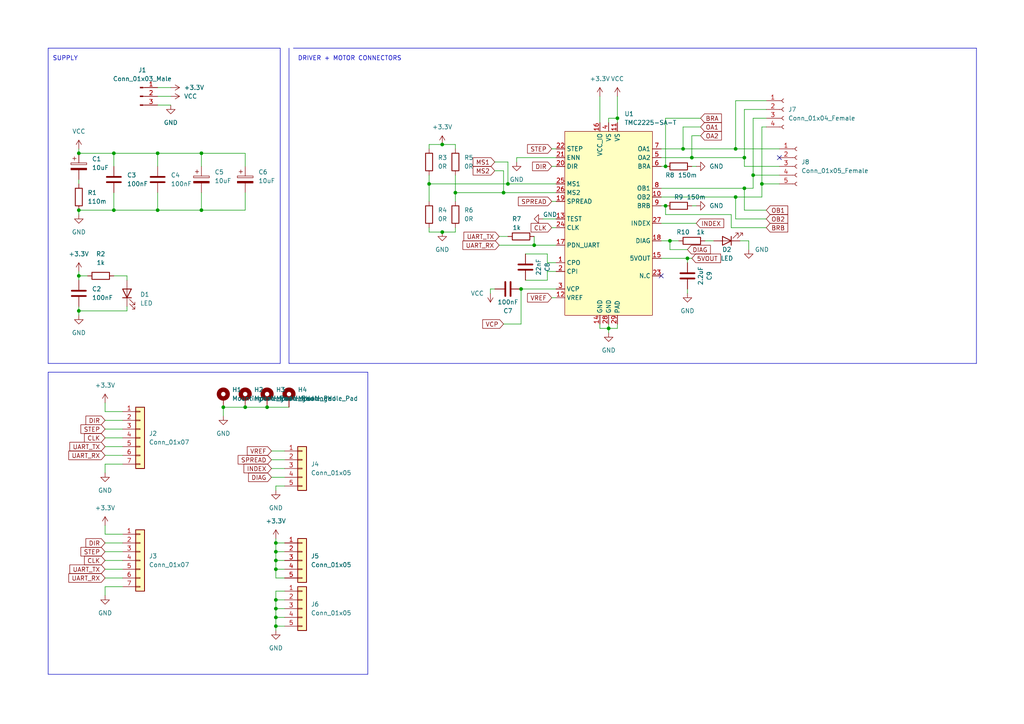
<source format=kicad_sch>
(kicad_sch (version 20230121) (generator eeschema)
  (paper "A4")
  (lib_symbols
    (symbol "Connector:Conn_01x03_Male" (pin_names (offset 1.016) hide)
      (property "Reference" "J" (at 0 5.08 0))
      (property "Value" "Conn_01x03_Male" (at 0 -5.08 0))
      (symbol "Conn_01x03_Male_1_1"
        (polyline (pts (xy 1.27 -2.54) (xy 0.8636 -2.54)) (stroke (width 0.1524)))
        (polyline (pts (xy 1.27 0) (xy 0.8636 0)) (stroke (width 0.1524)))
        (polyline (pts (xy 1.27 2.54) (xy 0.8636 2.54)) (stroke (width 0.1524)))
        (rectangle (start 0.8636 -2.413) (end 0 -2.667) (stroke (width 0.1524)) (fill (type outline)))
        (rectangle (start 0.8636 0.127) (end 0 -0.127) (stroke (width 0.1524)) (fill (type outline)))
        (rectangle (start 0.8636 2.667) (end 0 2.413) (stroke (width 0.1524)) (fill (type outline)))
        (pin passive line (at 5.08 2.54 180) (length 3.81) (name "Pin_1") (number "1"))
        (pin passive line (at 5.08 0 180) (length 3.81) (name "Pin_2") (number "2"))
        (pin passive line (at 5.08 -2.54 180) (length 3.81) (name "Pin_3") (number "3"))
      )
    )
    (symbol "Connector:Conn_01x04_Female" (pin_names (offset 1.016) hide)
      (property "Reference" "J" (at 0 5.08 0))
      (property "Value" "Conn_01x04_Female" (at 0 -7.62 0))
      (symbol "Conn_01x04_Female_1_1"
        (arc (start 0 -4.572) (mid -0.5058 -5.08) (end 0 -5.588) (stroke (width 0.1524)))
        (arc (start 0 -2.032) (mid -0.5058 -2.54) (end 0 -3.048) (stroke (width 0.1524)))
        (polyline (pts (xy -1.27 -5.08) (xy -0.508 -5.08)) (stroke (width 0.1524)))
        (polyline (pts (xy -1.27 -2.54) (xy -0.508 -2.54)) (stroke (width 0.1524)))
        (polyline (pts (xy -1.27 0) (xy -0.508 0)) (stroke (width 0.1524)))
        (polyline (pts (xy -1.27 2.54) (xy -0.508 2.54)) (stroke (width 0.1524)))
        (arc (start 0 0.508) (mid -0.5058 0) (end 0 -0.508) (stroke (width 0.1524)))
        (arc (start 0 3.048) (mid -0.5058 2.54) (end 0 2.032) (stroke (width 0.1524)))
        (pin passive line (at -5.08 2.54 0) (length 3.81) (name "Pin_1") (number "1"))
        (pin passive line (at -5.08 0 0) (length 3.81) (name "Pin_2") (number "2"))
        (pin passive line (at -5.08 -2.54 0) (length 3.81) (name "Pin_3") (number "3"))
        (pin passive line (at -5.08 -5.08 0) (length 3.81) (name "Pin_4") (number "4"))
      )
    )
    (symbol "Connector:Conn_01x05_Female" (pin_names (offset 1.016) hide)
      (property "Reference" "J" (at 0 7.62 0))
      (property "Value" "Conn_01x05_Female" (at 0 -7.62 0))
      (symbol "Conn_01x05_Female_1_1"
        (arc (start 0 -4.572) (mid -0.5058 -5.08) (end 0 -5.588) (stroke (width 0.1524)))
        (arc (start 0 -2.032) (mid -0.5058 -2.54) (end 0 -3.048) (stroke (width 0.1524)))
        (polyline (pts (xy -1.27 -5.08) (xy -0.508 -5.08)) (stroke (width 0.1524)))
        (polyline (pts (xy -1.27 -2.54) (xy -0.508 -2.54)) (stroke (width 0.1524)))
        (polyline (pts (xy -1.27 0) (xy -0.508 0)) (stroke (width 0.1524)))
        (polyline (pts (xy -1.27 2.54) (xy -0.508 2.54)) (stroke (width 0.1524)))
        (polyline (pts (xy -1.27 5.08) (xy -0.508 5.08)) (stroke (width 0.1524)))
        (arc (start 0 0.508) (mid -0.5058 0) (end 0 -0.508) (stroke (width 0.1524)))
        (arc (start 0 3.048) (mid -0.5058 2.54) (end 0 2.032) (stroke (width 0.1524)))
        (arc (start 0 5.588) (mid -0.5058 5.08) (end 0 4.572) (stroke (width 0.1524)))
        (pin passive line (at -5.08 5.08 0) (length 3.81) (name "Pin_1") (number "1"))
        (pin passive line (at -5.08 2.54 0) (length 3.81) (name "Pin_2") (number "2"))
        (pin passive line (at -5.08 0 0) (length 3.81) (name "Pin_3") (number "3"))
        (pin passive line (at -5.08 -2.54 0) (length 3.81) (name "Pin_4") (number "4"))
        (pin passive line (at -5.08 -5.08 0) (length 3.81) (name "Pin_5") (number "5"))
      )
    )
    (symbol "Connector_Generic:Conn_01x05" (pin_names (offset 1.016) hide)
      (property "Reference" "J" (at 0 7.62 0))
      (property "Value" "Conn_01x05" (at 0 -7.62 0))
      (symbol "Conn_01x05_1_1"
        (rectangle (start -1.27 -4.953) (end 0 -5.207) (stroke (width 0.1524)))
        (rectangle (start -1.27 -2.413) (end 0 -2.667) (stroke (width 0.1524)))
        (rectangle (start -1.27 0.127) (end 0 -0.127) (stroke (width 0.1524)))
        (rectangle (start -1.27 2.667) (end 0 2.413) (stroke (width 0.1524)))
        (rectangle (start -1.27 5.207) (end 0 4.953) (stroke (width 0.1524)))
        (rectangle (start -1.27 6.35) (end 1.27 -6.35) (stroke (width 0.254)) (fill (type background)))
        (pin passive line (at -5.08 5.08 0) (length 3.81) (name "Pin_1") (number "1"))
        (pin passive line (at -5.08 2.54 0) (length 3.81) (name "Pin_2") (number "2"))
        (pin passive line (at -5.08 0 0) (length 3.81) (name "Pin_3") (number "3"))
        (pin passive line (at -5.08 -2.54 0) (length 3.81) (name "Pin_4") (number "4"))
        (pin passive line (at -5.08 -5.08 0) (length 3.81) (name "Pin_5") (number "5"))
      )
    )
    (symbol "Connector_Generic:Conn_01x07" (pin_names (offset 1.016) hide)
      (property "Reference" "J" (at 0 10.16 0))
      (property "Value" "Conn_01x07" (at 0 -10.16 0))
      (symbol "Conn_01x07_1_1"
        (rectangle (start -1.27 -7.493) (end 0 -7.747) (stroke (width 0.1524)))
        (rectangle (start -1.27 -4.953) (end 0 -5.207) (stroke (width 0.1524)))
        (rectangle (start -1.27 -2.413) (end 0 -2.667) (stroke (width 0.1524)))
        (rectangle (start -1.27 0.127) (end 0 -0.127) (stroke (width 0.1524)))
        (rectangle (start -1.27 2.667) (end 0 2.413) (stroke (width 0.1524)))
        (rectangle (start -1.27 5.207) (end 0 4.953) (stroke (width 0.1524)))
        (rectangle (start -1.27 7.747) (end 0 7.493) (stroke (width 0.1524)))
        (rectangle (start -1.27 8.89) (end 1.27 -8.89) (stroke (width 0.254)) (fill (type background)))
        (pin passive line (at -5.08 7.62 0) (length 3.81) (name "Pin_1") (number "1"))
        (pin passive line (at -5.08 5.08 0) (length 3.81) (name "Pin_2") (number "2"))
        (pin passive line (at -5.08 2.54 0) (length 3.81) (name "Pin_3") (number "3"))
        (pin passive line (at -5.08 0 0) (length 3.81) (name "Pin_4") (number "4"))
        (pin passive line (at -5.08 -2.54 0) (length 3.81) (name "Pin_5") (number "5"))
        (pin passive line (at -5.08 -5.08 0) (length 3.81) (name "Pin_6") (number "6"))
        (pin passive line (at -5.08 -7.62 0) (length 3.81) (name "Pin_7") (number "7"))
      )
    )
    (symbol "Custom_laptop:TMC2225-SA-T"
      (property "Reference" "U" (at -11.43 25.4 0))
      (property "Value" "TMC2225-SA-T" (at -13.97 -31.75 0))
      (symbol "TMC2225-SA-T_0_1"
        (rectangle (start -12.7 24.13) (end 12.7 -29.21) (fill (type background)))
      )
      (symbol "TMC2225-SA-T_1_1"
        (pin passive line (at -15.24 -13.97 0) (length 2.54) (name "CPO") (number "1"))
        (pin passive line (at 15.24 5.08 180) (length 2.54) (name "OB2") (number "10"))
        (pin power_in line (at 2.54 26.67 270) (length 2.54) (name "VS") (number "11"))
        (pin passive line (at -15.24 -24.13 0) (length 2.54) (name "VREF") (number "12"))
        (pin passive line (at -15.24 -1.27 0) (length 2.54) (name "TEST") (number "13"))
        (pin power_in line (at -2.54 -31.75 90) (length 2.54) (name "GND") (number "14"))
        (pin passive line (at 15.24 -12.7 180) (length 2.54) (name "5VOUT") (number "15"))
        (pin power_in line (at -2.54 26.67 270) (length 2.54) (name "VCC_IO") (number "16"))
        (pin passive line (at -15.24 -8.89 0) (length 2.54) (name "PDN_UART") (number "17"))
        (pin passive line (at 15.24 -7.62 180) (length 2.54) (name "DIAG") (number "18"))
        (pin passive line (at -15.24 3.81 0) (length 2.54) (name "SPREAD") (number "19"))
        (pin passive line (at -15.24 -16.51 0) (length 2.54) (name "CPI") (number "2"))
        (pin passive line (at -15.24 13.97 0) (length 2.54) (name "DIR") (number "20"))
        (pin passive line (at -15.24 16.51 0) (length 2.54) (name "ENN") (number "21"))
        (pin passive line (at -15.24 19.05 0) (length 2.54) (name "STEP") (number "22"))
        (pin passive line (at 15.24 -17.78 180) (length 2.54) (name "N.C") (number "23"))
        (pin passive line (at -15.24 -3.81 0) (length 2.54) (name "CLK") (number "24"))
        (pin passive line (at -15.24 8.89 0) (length 2.54) (name "MS1") (number "25"))
        (pin passive line (at -15.24 6.35 0) (length 2.54) (name "MS2") (number "26"))
        (pin passive line (at 15.24 -2.54 180) (length 2.54) (name "INDEX") (number "27"))
        (pin power_in line (at 0 -31.75 90) (length 2.54) (name "GND") (number "28"))
        (pin power_in line (at 2.54 -31.75 90) (length 2.54) (name "PAD") (number "29"))
        (pin passive line (at -15.24 -21.59 0) (length 2.54) (name "VCP") (number "3"))
        (pin power_in line (at 0 26.67 270) (length 2.54) (name "VS") (number "4"))
        (pin passive line (at 15.24 16.51 180) (length 2.54) (name "OA2") (number "5"))
        (pin passive line (at 15.24 13.97 180) (length 2.54) (name "BRA") (number "6"))
        (pin passive line (at 15.24 19.05 180) (length 2.54) (name "OA1") (number "7"))
        (pin passive line (at 15.24 7.62 180) (length 2.54) (name "OB1") (number "8"))
        (pin passive line (at 15.24 2.54 180) (length 2.54) (name "BRB") (number "9"))
      )
    )
    (symbol "Device:C" (pin_numbers hide) (pin_names (offset 0.254))
      (property "Reference" "C" (at 0.635 2.54 0))
      (property "Value" "C" (at 0.635 -2.54 0))
      (symbol "C_0_1"
        (polyline (pts (xy -2.032 -0.762) (xy 2.032 -0.762)) (stroke (width 0.508)))
        (polyline (pts (xy -2.032 0.762) (xy 2.032 0.762)) (stroke (width 0.508)))
      )
      (symbol "C_1_1"
        (pin passive line (at 0 3.81 270) (length 2.794) (name "~") (number "1"))
        (pin passive line (at 0 -3.81 90) (length 2.794) (name "~") (number "2"))
      )
    )
    (symbol "Device:C_Polarized" (pin_numbers hide) (pin_names (offset 0.254))
      (property "Reference" "C" (at 0.635 2.54 0))
      (property "Value" "C_Polarized" (at 0.635 -2.54 0))
      (symbol "C_Polarized_0_1"
        (rectangle (start -2.286 0.508) (end 2.286 1.016))
        (polyline (pts (xy -1.778 2.286) (xy -0.762 2.286)))
        (polyline (pts (xy -1.27 2.794) (xy -1.27 1.778)))
        (rectangle (start 2.286 -0.508) (end -2.286 -1.016) (fill (type outline)))
      )
      (symbol "C_Polarized_1_1"
        (pin passive line (at 0 3.81 270) (length 2.794) (name "~") (number "1"))
        (pin passive line (at 0 -3.81 90) (length 2.794) (name "~") (number "2"))
      )
    )
    (symbol "Device:LED" (pin_numbers hide) (pin_names (offset 1.016) hide)
      (property "Reference" "D" (at 0 2.54 0))
      (property "Value" "LED" (at 0 -2.54 0))
      (symbol "LED_0_1"
        (polyline (pts (xy -1.27 -1.27) (xy -1.27 1.27)) (stroke (width 0.254)))
        (polyline (pts (xy -1.27 0) (xy 1.27 0)))
        (polyline (pts (xy 1.27 -1.27) (xy 1.27 1.27) (xy -1.27 0) (xy 1.27 -1.27)) (stroke (width 0.254)))
        (polyline (pts (xy -3.048 -0.762) (xy -4.572 -2.286) (xy -3.81 -2.286) (xy -4.572 -2.286) (xy -4.572 -1.524)))
        (polyline (pts (xy -1.778 -0.762) (xy -3.302 -2.286) (xy -2.54 -2.286) (xy -3.302 -2.286) (xy -3.302 -1.524)))
      )
      (symbol "LED_1_1"
        (pin passive line (at -3.81 0 0) (length 2.54) (name "K") (number "1"))
        (pin passive line (at 3.81 0 180) (length 2.54) (name "A") (number "2"))
      )
    )
    (symbol "Device:R" (pin_numbers hide) (pin_names (offset 0))
      (property "Reference" "R" (at 2.032 0 90))
      (property "Value" "R" (at 0 0 90))
      (symbol "R_0_1"
        (rectangle (start -1.016 -2.54) (end 1.016 2.54) (stroke (width 0.254)))
      )
      (symbol "R_1_1"
        (pin passive line (at 0 3.81 270) (length 1.27) (name "~") (number "1"))
        (pin passive line (at 0 -3.81 90) (length 1.27) (name "~") (number "2"))
      )
    )
    (symbol "Mechanical:MountingHole_Pad" (pin_numbers hide) (pin_names (offset 1.016) hide)
      (property "Reference" "H" (at 0 6.35 0))
      (property "Value" "MountingHole_Pad" (at 0 4.445 0))
      (symbol "MountingHole_Pad_0_1"
        (circle (center 0 1.27) (radius 1.27) (stroke (width 1.27)))
      )
      (symbol "MountingHole_Pad_1_1"
        (pin input line (at 0 -2.54 90) (length 2.54) (name "1") (number "1"))
      )
    )
    (symbol "power:+3.3V" (power) (pin_names (offset 0))
      (property "Value" "+3.3V" (at 0 3.556 0))
      (symbol "+3.3V_0_1"
        (polyline (pts (xy -0.762 1.27) (xy 0 2.54)))
        (polyline (pts (xy 0 0) (xy 0 2.54)))
        (polyline (pts (xy 0 2.54) (xy 0.762 1.27)))
      )
      (symbol "+3.3V_1_1"
        (pin power_in line (at 0 0 90) (length 0) hide (name "+3.3V") (number "1"))
      )
    )
    (symbol "power:GND" (power) (pin_names (offset 0))
      (property "Value" "GND" (at 0 -3.81 0))
      (symbol "GND_0_1"
        (polyline (pts (xy 0 0) (xy 0 -1.27) (xy 1.27 -1.27) (xy 0 -2.54) (xy -1.27 -1.27) (xy 0 -1.27)))
      )
      (symbol "GND_1_1"
        (pin power_in line (at 0 0 270) (length 0) hide (name "GND") (number "1"))
      )
    )
    (symbol "power:VCC" (power) (pin_names (offset 0))
      (property "Value" "VCC" (at 0 3.81 0))
      (symbol "VCC_0_1"
        (polyline (pts (xy -0.762 1.27) (xy 0 2.54)))
        (polyline (pts (xy 0 0) (xy 0 2.54)))
        (polyline (pts (xy 0 2.54) (xy 0.762 1.27)))
      )
      (symbol "VCC_1_1"
        (pin power_in line (at 0 0 90) (length 0) hide (name "VCC") (number "1"))
      )
    )
  )
  (junction (at 194.31 69.85))
  (junction (at 80.01 181.61))
  (junction (at 213.36 43.18))
  (junction (at 80.01 162.56))
  (junction (at 132.08 55.88))
  (junction (at 33.02 44.45))
  (junction (at 215.9 54.61))
  (junction (at 154.94 71.12))
  (junction (at 213.36 57.15))
  (junction (at 45.72 44.45))
  (junction (at 198.12 43.18))
  (junction (at 193.04 48.26))
  (junction (at 71.12 118.11))
  (junction (at 200.66 45.72))
  (junction (at 146.05 55.88))
  (junction (at 77.47 118.11))
  (junction (at 22.86 44.45))
  (junction (at 179.07 34.29))
  (junction (at 33.02 60.96))
  (junction (at 176.53 95.25))
  (junction (at 80.01 165.1))
  (junction (at 45.72 60.96))
  (junction (at 64.77 118.11))
  (junction (at 58.42 44.45))
  (junction (at 58.42 60.96))
  (junction (at 124.46 53.34))
  (junction (at 128.27 41.91))
  (junction (at 80.01 173.99))
  (junction (at 80.01 176.53))
  (junction (at 151.13 83.82))
  (junction (at 80.01 179.07))
  (junction (at 215.9 45.72))
  (junction (at 199.39 74.93))
  (junction (at 128.27 67.31))
  (junction (at 220.98 53.34))
  (junction (at 80.01 157.48))
  (junction (at 22.86 60.96))
  (junction (at 218.44 50.8))
  (junction (at 147.32 53.34))
  (junction (at 22.86 80.01))
  (junction (at 80.01 160.02))
  (junction (at 193.04 59.69))
  (junction (at 22.86 90.17))
  (no_connect (at 226.06 45.72))
  (no_connect (at 191.77 80.01))
  (wire (pts (xy 124.46 43.18) (xy 124.46 41.91)))
  (wire (pts (xy 36.83 88.9) (xy 36.83 90.17)))
  (wire (pts (xy 35.56 119.38) (xy 30.48 119.38)))
  (wire (pts (xy 154.94 71.12) (xy 154.94 68.58)))
  (wire (pts (xy 191.77 57.15) (xy 213.36 57.15)))
  (wire (pts (xy 158.75 76.2) (xy 161.29 76.2)))
  (wire (pts (xy 147.32 46.99) (xy 147.32 53.34)))
  (wire (pts (xy 80.01 173.99) (xy 82.55 173.99)))
  (polyline (pts (xy 83.82 13.97) (xy 83.82 105.41)))
  (wire (pts (xy 78.74 138.43) (xy 82.55 138.43)))
  (wire (pts (xy 213.36 43.18) (xy 226.06 43.18)))
  (wire (pts (xy 80.01 171.45) (xy 82.55 171.45)))
  (wire (pts (xy 30.48 127) (xy 35.56 127)))
  (wire (pts (xy 146.05 49.53) (xy 146.05 55.88)))
  (wire (pts (xy 176.53 95.25) (xy 179.07 95.25)))
  (wire (pts (xy 33.02 44.45) (xy 45.72 44.45)))
  (wire (pts (xy 161.29 71.12) (xy 154.94 71.12)))
  (wire (pts (xy 193.04 34.29) (xy 203.2 34.29)))
  (wire (pts (xy 71.12 44.45) (xy 71.12 48.26)))
  (wire (pts (xy 160.02 66.04) (xy 161.29 66.04)))
  (wire (pts (xy 124.46 66.04) (xy 124.46 67.31)))
  (wire (pts (xy 80.01 162.56) (xy 80.01 165.1)))
  (wire (pts (xy 30.48 160.02) (xy 35.56 160.02)))
  (wire (pts (xy 80.01 156.21) (xy 80.01 157.48)))
  (polyline (pts (xy 13.97 107.95) (xy 106.68 107.95)))
  (wire (pts (xy 45.72 55.88) (xy 45.72 60.96)))
  (wire (pts (xy 193.04 62.23) (xy 212.09 62.23)))
  (wire (pts (xy 143.51 49.53) (xy 146.05 49.53)))
  (wire (pts (xy 80.01 165.1) (xy 82.55 165.1)))
  (wire (pts (xy 198.12 36.83) (xy 198.12 43.18)))
  (wire (pts (xy 199.39 76.2) (xy 199.39 74.93)))
  (polyline (pts (xy 13.97 107.95) (xy 13.97 195.58)))
  (wire (pts (xy 160.02 86.36) (xy 161.29 86.36)))
  (wire (pts (xy 144.78 68.58) (xy 147.32 68.58)))
  (wire (pts (xy 124.46 67.31) (xy 128.27 67.31)))
  (wire (pts (xy 45.72 48.26) (xy 45.72 44.45)))
  (wire (pts (xy 215.9 60.96) (xy 215.9 54.61)))
  (wire (pts (xy 30.48 132.08) (xy 35.56 132.08)))
  (wire (pts (xy 218.44 34.29) (xy 222.25 34.29)))
  (wire (pts (xy 176.53 95.25) (xy 176.53 96.52)))
  (wire (pts (xy 33.02 55.88) (xy 33.02 60.96)))
  (wire (pts (xy 80.01 176.53) (xy 82.55 176.53)))
  (wire (pts (xy 212.09 62.23) (xy 212.09 66.04)))
  (wire (pts (xy 36.83 90.17) (xy 22.86 90.17)))
  (wire (pts (xy 194.31 69.85) (xy 194.31 72.39)))
  (wire (pts (xy 80.01 160.02) (xy 82.55 160.02)))
  (wire (pts (xy 194.31 72.39) (xy 199.39 72.39)))
  (wire (pts (xy 132.08 50.8) (xy 132.08 55.88)))
  (polyline (pts (xy 81.28 105.41) (xy 13.97 105.41)))
  (wire (pts (xy 151.13 83.82) (xy 161.29 83.82)))
  (wire (pts (xy 80.01 157.48) (xy 80.01 160.02)))
  (wire (pts (xy 33.02 60.96) (xy 22.86 60.96)))
  (wire (pts (xy 77.47 118.11) (xy 83.82 118.11)))
  (wire (pts (xy 58.42 44.45) (xy 71.12 44.45)))
  (wire (pts (xy 213.36 57.15) (xy 220.98 57.15)))
  (wire (pts (xy 22.86 60.96) (xy 22.86 62.23)))
  (wire (pts (xy 144.78 71.12) (xy 154.94 71.12)))
  (wire (pts (xy 215.9 45.72) (xy 215.9 48.26)))
  (wire (pts (xy 200.66 39.37) (xy 200.66 45.72)))
  (wire (pts (xy 33.02 80.01) (xy 36.83 80.01)))
  (wire (pts (xy 143.51 46.99) (xy 147.32 46.99)))
  (polyline (pts (xy 106.68 195.58) (xy 13.97 195.58)))
  (wire (pts (xy 22.86 80.01) (xy 25.4 80.01)))
  (wire (pts (xy 80.01 179.07) (xy 80.01 176.53)))
  (wire (pts (xy 45.72 30.48) (xy 49.53 30.48)))
  (wire (pts (xy 124.46 50.8) (xy 124.46 53.34)))
  (wire (pts (xy 200.66 45.72) (xy 215.9 45.72)))
  (wire (pts (xy 199.39 74.93) (xy 200.66 74.93)))
  (wire (pts (xy 142.24 85.09) (xy 142.24 83.82)))
  (wire (pts (xy 80.01 181.61) (xy 80.01 179.07)))
  (wire (pts (xy 58.42 55.88) (xy 58.42 60.96)))
  (wire (pts (xy 212.09 66.04) (xy 222.25 66.04)))
  (wire (pts (xy 128.27 41.91) (xy 132.08 41.91)))
  (polyline (pts (xy 13.97 13.97) (xy 81.28 13.97)))
  (wire (pts (xy 22.86 90.17) (xy 22.86 91.44)))
  (wire (pts (xy 132.08 41.91) (xy 132.08 43.18)))
  (wire (pts (xy 64.77 118.11) (xy 64.77 120.65)))
  (wire (pts (xy 158.75 73.66) (xy 158.75 76.2)))
  (wire (pts (xy 71.12 118.11) (xy 77.47 118.11)))
  (wire (pts (xy 176.53 34.29) (xy 179.07 34.29)))
  (wire (pts (xy 191.77 64.77) (xy 201.93 64.77)))
  (wire (pts (xy 71.12 55.88) (xy 71.12 60.96)))
  (wire (pts (xy 146.05 55.88) (xy 161.29 55.88)))
  (wire (pts (xy 80.01 140.97) (xy 82.55 140.97)))
  (wire (pts (xy 80.01 157.48) (xy 82.55 157.48)))
  (wire (pts (xy 22.86 88.9) (xy 22.86 90.17)))
  (wire (pts (xy 203.2 39.37) (xy 200.66 39.37)))
  (wire (pts (xy 30.48 167.64) (xy 35.56 167.64)))
  (wire (pts (xy 33.02 48.26) (xy 33.02 44.45)))
  (wire (pts (xy 160.02 48.26) (xy 161.29 48.26)))
  (wire (pts (xy 71.12 60.96) (xy 58.42 60.96)))
  (polyline (pts (xy 81.28 13.97) (xy 81.28 105.41)))
  (wire (pts (xy 199.39 74.93) (xy 191.77 74.93)))
  (wire (pts (xy 30.48 121.92) (xy 35.56 121.92)))
  (wire (pts (xy 152.4 81.28) (xy 158.75 81.28)))
  (wire (pts (xy 78.74 135.89) (xy 82.55 135.89)))
  (wire (pts (xy 35.56 154.94) (xy 30.48 154.94)))
  (wire (pts (xy 132.08 55.88) (xy 146.05 55.88)))
  (wire (pts (xy 191.77 69.85) (xy 194.31 69.85)))
  (wire (pts (xy 200.66 48.26) (xy 201.93 48.26)))
  (wire (pts (xy 30.48 129.54) (xy 35.56 129.54)))
  (polyline (pts (xy 85.09 13.97) (xy 283.21 13.97)))
  (wire (pts (xy 30.48 162.56) (xy 35.56 162.56)))
  (wire (pts (xy 203.2 36.83) (xy 198.12 36.83)))
  (wire (pts (xy 45.72 60.96) (xy 33.02 60.96)))
  (wire (pts (xy 30.48 119.38) (xy 30.48 116.84)))
  (wire (pts (xy 220.98 36.83) (xy 222.25 36.83)))
  (wire (pts (xy 220.98 57.15) (xy 220.98 53.34)))
  (wire (pts (xy 222.25 63.5) (xy 213.36 63.5)))
  (wire (pts (xy 33.02 44.45) (xy 22.86 44.45)))
  (polyline (pts (xy 283.21 13.97) (xy 283.21 105.41)))
  (polyline (pts (xy 13.97 13.97) (xy 13.97 105.41)))
  (wire (pts (xy 194.31 69.85) (xy 196.85 69.85)))
  (wire (pts (xy 22.86 80.01) (xy 22.86 81.28)))
  (wire (pts (xy 215.9 45.72) (xy 215.9 31.75)))
  (wire (pts (xy 58.42 60.96) (xy 45.72 60.96)))
  (polyline (pts (xy 283.21 105.41) (xy 83.82 105.41)))
  (wire (pts (xy 191.77 54.61) (xy 215.9 54.61)))
  (wire (pts (xy 22.86 44.45) (xy 22.86 43.18)))
  (wire (pts (xy 30.48 134.62) (xy 35.56 134.62)))
  (wire (pts (xy 78.74 133.35) (xy 82.55 133.35)))
  (wire (pts (xy 191.77 43.18) (xy 198.12 43.18)))
  (wire (pts (xy 80.01 167.64) (xy 80.01 165.1)))
  (wire (pts (xy 215.9 48.26) (xy 226.06 48.26)))
  (wire (pts (xy 132.08 66.04) (xy 132.08 67.31)))
  (wire (pts (xy 36.83 80.01) (xy 36.83 81.28)))
  (wire (pts (xy 213.36 29.21) (xy 222.25 29.21)))
  (wire (pts (xy 173.99 27.94) (xy 173.99 35.56)))
  (wire (pts (xy 215.9 31.75) (xy 222.25 31.75)))
  (wire (pts (xy 176.53 93.98) (xy 176.53 95.25)))
  (wire (pts (xy 220.98 53.34) (xy 220.98 36.83)))
  (wire (pts (xy 218.44 50.8) (xy 226.06 50.8)))
  (wire (pts (xy 149.86 46.99) (xy 149.86 45.72)))
  (wire (pts (xy 191.77 45.72) (xy 200.66 45.72)))
  (wire (pts (xy 218.44 50.8) (xy 218.44 34.29)))
  (wire (pts (xy 82.55 167.64) (xy 80.01 167.64)))
  (wire (pts (xy 160.02 58.42) (xy 161.29 58.42)))
  (wire (pts (xy 30.48 157.48) (xy 35.56 157.48)))
  (wire (pts (xy 152.4 73.66) (xy 158.75 73.66)))
  (wire (pts (xy 198.12 43.18) (xy 213.36 43.18)))
  (wire (pts (xy 45.72 44.45) (xy 58.42 44.45)))
  (wire (pts (xy 22.86 78.74) (xy 22.86 80.01)))
  (wire (pts (xy 217.17 72.39) (xy 217.17 69.85)))
  (wire (pts (xy 80.01 182.88) (xy 80.01 181.61)))
  (wire (pts (xy 215.9 54.61) (xy 218.44 54.61)))
  (wire (pts (xy 45.72 27.94) (xy 49.53 27.94)))
  (wire (pts (xy 179.07 27.94) (xy 179.07 34.29)))
  (wire (pts (xy 217.17 69.85) (xy 214.63 69.85)))
  (wire (pts (xy 64.77 118.11) (xy 71.12 118.11)))
  (wire (pts (xy 158.75 78.74) (xy 161.29 78.74)))
  (wire (pts (xy 176.53 35.56) (xy 176.53 34.29)))
  (wire (pts (xy 132.08 55.88) (xy 132.08 58.42)))
  (polyline (pts (xy 106.68 107.95) (xy 106.68 195.58)))
  (wire (pts (xy 124.46 53.34) (xy 147.32 53.34)))
  (wire (pts (xy 30.48 165.1) (xy 35.56 165.1)))
  (wire (pts (xy 213.36 43.18) (xy 213.36 29.21)))
  (wire (pts (xy 128.27 67.31) (xy 132.08 67.31)))
  (wire (pts (xy 80.01 176.53) (xy 80.01 173.99)))
  (wire (pts (xy 149.86 45.72) (xy 161.29 45.72)))
  (wire (pts (xy 173.99 95.25) (xy 176.53 95.25)))
  (wire (pts (xy 179.07 93.98) (xy 179.07 95.25)))
  (wire (pts (xy 142.24 83.82) (xy 143.51 83.82)))
  (wire (pts (xy 80.01 160.02) (xy 80.01 162.56)))
  (wire (pts (xy 80.01 162.56) (xy 82.55 162.56)))
  (wire (pts (xy 146.05 93.98) (xy 151.13 93.98)))
  (wire (pts (xy 179.07 34.29) (xy 179.07 35.56)))
  (wire (pts (xy 22.86 52.07) (xy 22.86 53.34)))
  (wire (pts (xy 191.77 59.69) (xy 193.04 59.69)))
  (wire (pts (xy 213.36 57.15) (xy 213.36 63.5)))
  (wire (pts (xy 147.32 53.34) (xy 161.29 53.34)))
  (wire (pts (xy 220.98 53.34) (xy 226.06 53.34)))
  (wire (pts (xy 80.01 142.24) (xy 80.01 140.97)))
  (wire (pts (xy 193.04 59.69) (xy 193.04 62.23)))
  (wire (pts (xy 45.72 25.4) (xy 49.53 25.4)))
  (wire (pts (xy 160.02 43.18) (xy 161.29 43.18)))
  (wire (pts (xy 80.01 173.99) (xy 80.01 171.45)))
  (wire (pts (xy 30.48 137.16) (xy 30.48 134.62)))
  (wire (pts (xy 200.66 59.69) (xy 201.93 59.69)))
  (wire (pts (xy 158.75 81.28) (xy 158.75 78.74)))
  (wire (pts (xy 30.48 172.72) (xy 30.48 170.18)))
  (wire (pts (xy 80.01 181.61) (xy 82.55 181.61)))
  (wire (pts (xy 124.46 41.91) (xy 128.27 41.91)))
  (wire (pts (xy 204.47 69.85) (xy 207.01 69.85)))
  (wire (pts (xy 58.42 44.45) (xy 58.42 48.26)))
  (wire (pts (xy 151.13 93.98) (xy 151.13 83.82)))
  (wire (pts (xy 157.48 63.5) (xy 161.29 63.5)))
  (wire (pts (xy 124.46 53.34) (xy 124.46 58.42)))
  (wire (pts (xy 30.48 170.18) (xy 35.56 170.18)))
  (wire (pts (xy 193.04 48.26) (xy 193.04 34.29)))
  (wire (pts (xy 30.48 154.94) (xy 30.48 152.4)))
  (wire (pts (xy 173.99 93.98) (xy 173.99 95.25)))
  (wire (pts (xy 80.01 179.07) (xy 82.55 179.07)))
  (wire (pts (xy 199.39 83.82) (xy 199.39 85.09)))
  (wire (pts (xy 30.48 124.46) (xy 35.56 124.46)))
  (wire (pts (xy 218.44 54.61) (xy 218.44 50.8)))
  (wire (pts (xy 78.74 130.81) (xy 82.55 130.81)))
  (wire (pts (xy 191.77 48.26) (xy 193.04 48.26)))
  (wire (pts (xy 222.25 60.96) (xy 215.9 60.96)))
  (text "SUPPLY" (at 15.24 17.78 0) (effects (font (size 1.27 1.27)) (justify left bottom)))
  (text "DRIVER + MOTOR CONNECTORS" (at 86.36 17.78 0) (effects (font (size 1.27 1.27)) (justify left bottom)))
  (global_label "OB1" (shape input) (at 222.25 60.96 0) (property "Intersheetrefs" "${INTERSHEET_REFS}" (effects hide)))
  (global_label "OA2" (shape input) (at 203.2 39.37 0) (property "Intersheetrefs" "${INTERSHEET_REFS}" (effects hide)))
  (global_label "MS2" (shape input) (at 143.51 49.53 180) (property "Intersheetrefs" "${INTERSHEET_REFS}" (effects hide)))
  (global_label "STEP" (shape input) (at 30.48 160.02 180) (property "Intersheetrefs" "${INTERSHEET_REFS}" (effects hide)))
  (global_label "STEP" (shape input) (at 160.02 43.18 180) (property "Intersheetrefs" "${INTERSHEET_REFS}" (effects hide)))
  (global_label "DIR" (shape input) (at 30.48 121.92 180) (property "Intersheetrefs" "${INTERSHEET_REFS}" (effects hide)))
  (global_label "BRA" (shape input) (at 203.2 34.29 0) (property "Intersheetrefs" "${INTERSHEET_REFS}" (effects hide)))
  (global_label "CLK" (shape input) (at 30.48 127 180) (property "Intersheetrefs" "${INTERSHEET_REFS}" (effects hide)))
  (global_label "VREF" (shape input) (at 160.02 86.36 180) (property "Intersheetrefs" "${INTERSHEET_REFS}" (effects hide)))
  (global_label "STEP" (shape input) (at 30.48 124.46 180) (property "Intersheetrefs" "${INTERSHEET_REFS}" (effects hide)))
  (global_label "UART_RX" (shape input) (at 30.48 132.08 180) (property "Intersheetrefs" "${INTERSHEET_REFS}" (effects hide)))
  (global_label "OB2" (shape input) (at 222.25 63.5 0) (property "Intersheetrefs" "${INTERSHEET_REFS}" (effects hide)))
  (global_label "CLK" (shape input) (at 160.02 66.04 180) (property "Intersheetrefs" "${INTERSHEET_REFS}" (effects hide)))
  (global_label "SPREAD" (shape input) (at 160.02 58.42 180) (property "Intersheetrefs" "${INTERSHEET_REFS}" (effects hide)))
  (global_label "OA1" (shape input) (at 203.2 36.83 0) (property "Intersheetrefs" "${INTERSHEET_REFS}" (effects hide)))
  (global_label "UART_TX" (shape input) (at 144.78 68.58 180) (property "Intersheetrefs" "${INTERSHEET_REFS}" (effects hide)))
  (global_label "UART_RX" (shape input) (at 144.78 71.12 180) (property "Intersheetrefs" "${INTERSHEET_REFS}" (effects hide)))
  (global_label "DIAG" (shape input) (at 199.39 72.39 0) (property "Intersheetrefs" "${INTERSHEET_REFS}" (effects hide)))
  (global_label "UART_TX" (shape input) (at 30.48 129.54 180) (property "Intersheetrefs" "${INTERSHEET_REFS}" (effects hide)))
  (global_label "VREF" (shape input) (at 78.74 130.81 180) (property "Intersheetrefs" "${INTERSHEET_REFS}" (effects hide)))
  (global_label "INDEX" (shape input) (at 78.74 135.89 180) (property "Intersheetrefs" "${INTERSHEET_REFS}" (effects hide)))
  (global_label "5VOUT" (shape input) (at 200.66 74.93 0) (property "Intersheetrefs" "${INTERSHEET_REFS}" (effects hide)))
  (global_label "DIR" (shape input) (at 160.02 48.26 180) (property "Intersheetrefs" "${INTERSHEET_REFS}" (effects hide)))
  (global_label "VCP" (shape input) (at 146.05 93.98 180) (property "Intersheetrefs" "${INTERSHEET_REFS}" (effects hide)))
  (global_label "SPREAD" (shape input) (at 78.74 133.35 180) (property "Intersheetrefs" "${INTERSHEET_REFS}" (effects hide)))
  (global_label "UART_RX" (shape input) (at 30.48 167.64 180) (property "Intersheetrefs" "${INTERSHEET_REFS}" (effects hide)))
  (global_label "CLK" (shape input) (at 30.48 162.56 180) (property "Intersheetrefs" "${INTERSHEET_REFS}" (effects hide)))
  (global_label "INDEX" (shape input) (at 201.93 64.77 0) (property "Intersheetrefs" "${INTERSHEET_REFS}" (effects hide)))
  (global_label "DIR" (shape input) (at 30.48 157.48 180) (property "Intersheetrefs" "${INTERSHEET_REFS}" (effects hide)))
  (global_label "DIAG" (shape input) (at 78.74 138.43 180) (property "Intersheetrefs" "${INTERSHEET_REFS}" (effects hide)))
  (global_label "MS1" (shape input) (at 143.51 46.99 180) (property "Intersheetrefs" "${INTERSHEET_REFS}" (effects hide)))
  (global_label "UART_TX" (shape input) (at 30.48 165.1 180) (property "Intersheetrefs" "${INTERSHEET_REFS}" (effects hide)))
  (global_label "BRB" (shape input) (at 222.25 66.04 0) (property "Intersheetrefs" "${INTERSHEET_REFS}" (effects hide)))
  (symbol (lib_id "Custom_laptop:TMC2225-SA-T") (at 176.53 62.23 0) (unit 1)
    (property "Reference" "U1" (at 181.0894 33.02 0) (effects (justify left)))
    (property "Value" "TMC2225-SA-T" (at 181.0894 35.56 0) (effects (justify left)))
    (property "Footprint" "Package_SO:HTSSOP-28-1EP_4.4x9.7mm_P0.65mm_EP2.85x5.4mm_ThermalVias" (effects hide))
  )
  (symbol (lib_id "Device:R") (at 196.85 59.69 90) (unit 1)
    (property "Reference" "R9" (at 196.85 57.15 90))
    (property "Value" "150m" (at 201.93 57.15 90))
    (property "Footprint" "Resistor_SMD:R_1206_3216Metric_Pad1.30x1.75mm_HandSolder" (effects hide))
  )
  (symbol (lib_id "Mechanical:MountingHole_Pad") (at 83.82 115.57 0) (unit 1)
    (property "Reference" "H4" (at 86.36 113.0299 0) (effects (justify left)))
    (property "Value" "MountingHole_Pad" (at 86.36 115.5699 0) (effects (justify left)))
    (property "Footprint" "MountingHole:MountingHole_3.2mm_M3_Pad_Via" (effects hide))
  )
  (symbol (lib_id "Device:R") (at 196.85 48.26 90) (unit 1)
    (property "Reference" "R8" (at 194.31 50.8 90))
    (property "Value" "150m" (at 199.39 50.8 90))
    (property "Footprint" "Resistor_SMD:R_1206_3216Metric_Pad1.30x1.75mm_HandSolder" (effects hide))
  )
  (symbol (lib_id "Connector:Conn_01x03_Male") (at 40.64 27.94 0) (unit 1)
    (property "Reference" "J1" (at 41.275 20.32 0))
    (property "Value" "Conn_01x03_Male" (at 41.275 22.86 0))
    (property "Footprint" "Connector_JST:JST_XH_B3B-XH-A_1x03_P2.50mm_Vertical" (effects hide))
  )
  (symbol (lib_id "Device:LED") (at 210.82 69.85 180) (unit 1)
    (property "Reference" "D2" (at 210.82 72.39 0))
    (property "Value" "LED" (at 210.82 74.93 0))
    (property "Footprint" "LED_SMD:LED_0603_1608Metric_Pad1.05x0.95mm_HandSolder" (effects hide))
  )
  (symbol (lib_id "power:GND") (at 201.93 48.26 90) (unit 1)
    (property "Reference" "#PWR0105" (effects hide))
    (property "Value" "GND" (at 205.74 48.2599 90) (effects (justify right)))
  )
  (symbol (lib_id "Device:R") (at 200.66 69.85 270) (unit 1)
    (property "Reference" "R10" (at 198.12 67.31 90))
    (property "Value" "1k" (at 203.2 67.31 90))
    (property "Footprint" "Resistor_SMD:R_0603_1608Metric_Pad0.98x0.95mm_HandSolder" (effects hide))
  )
  (symbol (lib_id "power:+3.3V") (at 49.53 25.4 270) (unit 1)
    (property "Reference" "#PWR0123" (effects hide))
    (property "Value" "+3.3V" (at 53.34 25.3999 90) (effects (justify left)))
  )
  (symbol (lib_id "power:GND") (at 22.86 91.44 0) (unit 1)
    (property "Reference" "#PWR0115" (effects hide))
    (property "Value" "GND" (at 22.86 96.52 0))
  )
  (symbol (lib_id "Device:R") (at 22.86 57.15 0) (unit 1)
    (property "Reference" "R1" (at 25.4 55.8799 0) (effects (justify left)))
    (property "Value" "110m" (at 25.4 58.4199 0) (effects (justify left)))
    (property "Footprint" "Resistor_SMD:R_0603_1608Metric_Pad0.98x0.95mm_HandSolder" (effects hide))
  )
  (symbol (lib_id "power:GND") (at 22.86 62.23 0) (unit 1)
    (property "Reference" "#PWR0114" (effects hide))
    (property "Value" "GND" (at 22.86 67.31 0))
  )
  (symbol (lib_id "power:GND") (at 80.01 182.88 0) (unit 1)
    (property "Reference" "#PWR0121" (effects hide))
    (property "Value" "GND" (at 80.01 187.96 0))
  )
  (symbol (lib_id "power:GND") (at 176.53 96.52 0) (unit 1)
    (property "Reference" "#PWR0107" (effects hide))
    (property "Value" "GND" (at 176.53 101.6 0))
  )
  (symbol (lib_id "Device:C") (at 199.39 80.01 180) (unit 1)
    (property "Reference" "C9" (at 205.74 80.01 90))
    (property "Value" "2.2uF" (at 203.2 80.01 90))
    (property "Footprint" "Capacitor_SMD:C_0805_2012Metric_Pad1.18x1.45mm_HandSolder" (effects hide))
  )
  (symbol (lib_id "power:+3.3V") (at 22.86 78.74 0) (unit 1)
    (property "Reference" "#PWR0113" (effects hide))
    (property "Value" "+3.3V" (at 22.86 73.66 0))
  )
  (symbol (lib_id "Device:R") (at 132.08 62.23 180) (unit 1)
    (property "Reference" "R6" (at 134.62 60.9599 0) (effects (justify right)))
    (property "Value" "0R" (at 134.62 63.4999 0) (effects (justify right)))
    (property "Footprint" "Resistor_SMD:R_0603_1608Metric_Pad0.98x0.95mm_HandSolder" (effects hide))
  )
  (symbol (lib_id "power:VCC") (at 49.53 27.94 270) (unit 1)
    (property "Reference" "#PWR0122" (effects hide))
    (property "Value" "VCC" (at 53.34 27.9399 90) (effects (justify left)))
  )
  (symbol (lib_id "Connector_Generic:Conn_01x07") (at 40.64 127 0) (unit 1)
    (property "Reference" "J2" (at 43.18 125.7299 0) (effects (justify left)))
    (property "Value" "Conn_01x07" (at 43.18 128.2699 0) (effects (justify left)))
    (property "Footprint" "Connector_JST:JST_XH_B7B-XH-A_1x07_P2.50mm_Vertical" (effects hide))
  )
  (symbol (lib_id "Connector:Conn_01x05_Female") (at 231.14 48.26 0) (unit 1)
    (property "Reference" "J8" (at 232.41 46.9899 0) (effects (justify left)))
    (property "Value" "Conn_01x05_Female" (at 232.41 49.5299 0) (effects (justify left)))
    (property "Footprint" "Connector_JST:JST_XH_B5B-XH-A_1x05_P2.50mm_Vertical" (effects hide))
  )
  (symbol (lib_id "Device:C") (at 22.86 85.09 0) (unit 1)
    (property "Reference" "C2" (at 26.67 83.8199 0) (effects (justify left)))
    (property "Value" "100nF" (at 26.67 86.3599 0) (effects (justify left)))
    (property "Footprint" "Capacitor_SMD:C_0603_1608Metric_Pad1.08x0.95mm_HandSolder" (effects hide))
  )
  (symbol (lib_id "Device:C") (at 152.4 77.47 180) (unit 1)
    (property "Reference" "C8" (at 158.75 77.47 90))
    (property "Value" "22nF" (at 156.21 77.47 90))
    (property "Footprint" "Capacitor_SMD:C_0603_1608Metric_Pad1.08x0.95mm_HandSolder" (effects hide))
  )
  (symbol (lib_id "Device:C_Polarized") (at 58.42 52.07 0) (unit 1)
    (property "Reference" "C5" (at 62.23 49.9109 0) (effects (justify left)))
    (property "Value" "10uF" (at 62.23 52.4509 0) (effects (justify left)))
    (property "Footprint" "Capacitor_SMD:CP_Elec_4x5.7" (effects hide))
  )
  (symbol (lib_id "power:GND") (at 199.39 85.09 0) (unit 1)
    (property "Reference" "#PWR0104" (effects hide))
    (property "Value" "GND" (at 199.39 90.17 0))
  )
  (symbol (lib_id "power:GND") (at 30.48 172.72 0) (unit 1)
    (property "Reference" "#PWR0117" (effects hide))
    (property "Value" "GND" (at 30.48 177.8 0))
  )
  (symbol (lib_id "power:GND") (at 128.27 67.31 0) (unit 1)
    (property "Reference" "#PWR0112" (effects hide))
    (property "Value" "GND" (at 128.27 72.39 0))
  )
  (symbol (lib_id "Connector_Generic:Conn_01x05") (at 87.63 176.53 0) (unit 1)
    (property "Reference" "J6" (at 90.17 175.2599 0) (effects (justify left)))
    (property "Value" "Conn_01x05" (at 90.17 177.7999 0) (effects (justify left)))
    (property "Footprint" "Connector_PinHeader_2.54mm:PinHeader_1x05_P2.54mm_Vertical" (effects hide))
  )
  (symbol (lib_id "Device:LED") (at 36.83 85.09 90) (unit 1)
    (property "Reference" "D1" (at 40.64 85.4074 90) (effects (justify right)))
    (property "Value" "LED" (at 40.64 87.9474 90) (effects (justify right)))
    (property "Footprint" "LED_SMD:LED_0603_1608Metric_Pad1.05x0.95mm_HandSolder" (effects hide))
  )
  (symbol (lib_id "power:+3.3V") (at 173.99 27.94 0) (unit 1)
    (property "Reference" "#PWR0111" (effects hide))
    (property "Value" "+3.3V" (at 173.99 22.86 0))
  )
  (symbol (lib_id "Device:C") (at 33.02 52.07 0) (unit 1)
    (property "Reference" "C3" (at 36.83 50.7999 0) (effects (justify left)))
    (property "Value" "100nF" (at 36.83 53.3399 0) (effects (justify left)))
    (property "Footprint" "Capacitor_SMD:C_0603_1608Metric_Pad1.08x0.95mm_HandSolder" (effects hide))
  )
  (symbol (lib_id "Device:R") (at 124.46 46.99 180) (unit 1)
    (property "Reference" "R3" (at 127 45.7199 0) (effects (justify right)))
    (property "Value" "0R" (at 127 48.2599 0) (effects (justify right)))
    (property "Footprint" "Resistor_SMD:R_0603_1608Metric_Pad0.98x0.95mm_HandSolder" (effects hide))
  )
  (symbol (lib_id "power:GND") (at 49.53 30.48 0) (unit 1)
    (property "Reference" "#PWR0124" (effects hide))
    (property "Value" "GND" (at 49.53 35.56 0))
  )
  (symbol (lib_id "power:GND") (at 201.93 59.69 90) (unit 1)
    (property "Reference" "#PWR0106" (effects hide))
    (property "Value" "GND" (at 205.74 59.6899 90) (effects (justify right)))
  )
  (symbol (lib_id "power:+3.3V") (at 128.27 41.91 0) (unit 1)
    (property "Reference" "#PWR0109" (effects hide))
    (property "Value" "+3.3V" (at 128.27 36.83 0))
  )
  (symbol (lib_id "power:GND") (at 64.77 120.65 0) (unit 1)
    (property "Reference" "#PWR0120" (effects hide))
    (property "Value" "GND" (at 64.77 125.73 0))
  )
  (symbol (lib_id "Device:C_Polarized") (at 22.86 48.26 0) (unit 1)
    (property "Reference" "C1" (at 26.67 46.1009 0) (effects (justify left)))
    (property "Value" "10uF" (at 26.67 48.6409 0) (effects (justify left)))
    (property "Footprint" "Capacitor_SMD:CP_Elec_4x5.7" (effects hide))
  )
  (symbol (lib_id "Connector_Generic:Conn_01x07") (at 40.64 162.56 0) (unit 1)
    (property "Reference" "J3" (at 43.18 161.2899 0) (effects (justify left)))
    (property "Value" "Conn_01x07" (at 43.18 163.8299 0) (effects (justify left)))
    (property "Footprint" "Connector_PinHeader_2.54mm:PinHeader_1x07_P2.54mm_Vertical" (effects hide))
  )
  (symbol (lib_id "power:VCC") (at 179.07 27.94 0) (unit 1)
    (property "Reference" "#PWR0110" (effects hide))
    (property "Value" "VCC" (at 179.07 22.86 0))
  )
  (symbol (lib_id "Device:R") (at 124.46 62.23 180) (unit 1)
    (property "Reference" "R4" (at 127 60.9599 0) (effects (justify right)))
    (property "Value" "0R" (at 127 63.4999 0) (effects (justify right)))
    (property "Footprint" "Resistor_SMD:R_0603_1608Metric_Pad0.98x0.95mm_HandSolder" (effects hide))
  )
  (symbol (lib_id "Connector_Generic:Conn_01x05") (at 87.63 162.56 0) (unit 1)
    (property "Reference" "J5" (at 90.17 161.2899 0) (effects (justify left)))
    (property "Value" "Conn_01x05" (at 90.17 163.8299 0) (effects (justify left)))
    (property "Footprint" "Connector_PinHeader_2.54mm:PinHeader_1x05_P2.54mm_Vertical" (effects hide))
  )
  (symbol (lib_id "Mechanical:MountingHole_Pad") (at 64.77 115.57 0) (unit 1)
    (property "Reference" "H1" (at 67.31 113.0299 0) (effects (justify left)))
    (property "Value" "MountingHole_Pad" (at 67.31 115.5699 0) (effects (justify left)))
    (property "Footprint" "MountingHole:MountingHole_3.2mm_M3_Pad_Via" (effects hide))
  )
  (symbol (lib_id "Connector_Generic:Conn_01x05") (at 87.63 135.89 0) (unit 1)
    (property "Reference" "J4" (at 90.17 134.6199 0) (effects (justify left)))
    (property "Value" "Conn_01x05" (at 90.17 137.1599 0) (effects (justify left)))
    (property "Footprint" "Connector_PinHeader_2.54mm:PinHeader_1x05_P2.54mm_Vertical" (effects hide))
  )
  (symbol (lib_id "Connector:Conn_01x04_Female") (at 227.33 31.75 0) (unit 1)
    (property "Reference" "J7" (at 228.6 31.7499 0) (effects (justify left)))
    (property "Value" "Conn_01x04_Female" (at 228.6 34.2899 0) (effects (justify left)))
    (property "Footprint" "Connector_JST:JST_XH_B4B-XH-A_1x04_P2.50mm_Vertical" (effects hide))
  )
  (symbol (lib_id "power:GND") (at 80.01 142.24 0) (unit 1)
    (property "Reference" "#PWR0126" (effects hide))
    (property "Value" "GND" (at 80.01 147.32 0))
  )
  (symbol (lib_id "power:+3.3V") (at 80.01 156.21 0) (unit 1)
    (property "Reference" "#PWR0127" (effects hide))
    (property "Value" "+3.3V" (at 80.01 151.13 0))
  )
  (symbol (lib_id "power:VCC") (at 142.24 85.09 180) (unit 1)
    (property "Reference" "#PWR0101" (effects hide))
    (property "Value" "VCC" (at 138.43 85.09 0))
  )
  (symbol (lib_id "power:+3.3V") (at 30.48 152.4 0) (unit 1)
    (property "Reference" "#PWR0116" (effects hide))
    (property "Value" "+3.3V" (at 30.48 147.32 0))
  )
  (symbol (lib_id "Mechanical:MountingHole_Pad") (at 77.47 115.57 0) (unit 1)
    (property "Reference" "H3" (at 80.01 113.0299 0) (effects (justify left)))
    (property "Value" "MountingHole_Pad" (at 80.01 115.5699 0) (effects (justify left)))
    (property "Footprint" "MountingHole:MountingHole_3.2mm_M3_Pad_Via" (effects hide))
  )
  (symbol (lib_id "power:GND") (at 30.48 137.16 0) (unit 1)
    (property "Reference" "#PWR0118" (effects hide))
    (property "Value" "GND" (at 30.48 142.24 0))
  )
  (symbol (lib_id "Device:C_Polarized") (at 71.12 52.07 0) (unit 1)
    (property "Reference" "C6" (at 74.93 49.9109 0) (effects (justify left)))
    (property "Value" "10uF" (at 74.93 52.4509 0) (effects (justify left)))
    (property "Footprint" "Capacitor_SMD:CP_Elec_4x5.7" (effects hide))
  )
  (symbol (lib_id "Device:R") (at 29.21 80.01 90) (unit 1)
    (property "Reference" "R2" (at 29.21 73.66 90))
    (property "Value" "1k" (at 29.21 76.2 90))
    (property "Footprint" "Resistor_SMD:R_0603_1608Metric_Pad0.98x0.95mm_HandSolder" (effects hide))
  )
  (symbol (lib_id "power:GND") (at 157.48 63.5 270) (unit 1)
    (property "Reference" "#PWR0103" (effects hide))
    (property "Value" "GND" (at 157.48 62.23 90) (effects (justify left)))
  )
  (symbol (lib_id "Mechanical:MountingHole_Pad") (at 71.12 115.57 0) (unit 1)
    (property "Reference" "H2" (at 73.66 113.0299 0) (effects (justify left)))
    (property "Value" "MountingHole_Pad" (at 73.66 115.5699 0) (effects (justify left)))
    (property "Footprint" "MountingHole:MountingHole_3.2mm_M3_Pad_Via" (effects hide))
  )
  (symbol (lib_id "power:+3.3V") (at 30.48 116.84 0) (unit 1)
    (property "Reference" "#PWR0119" (effects hide))
    (property "Value" "+3.3V" (at 30.48 111.76 0))
  )
  (symbol (lib_id "power:VCC") (at 22.86 43.18 0) (unit 1)
    (property "Reference" "#PWR0125" (effects hide))
    (property "Value" "VCC" (at 22.86 38.1 0))
  )
  (symbol (lib_id "Device:R") (at 132.08 46.99 180) (unit 1)
    (property "Reference" "R5" (at 134.62 45.7199 0) (effects (justify right)))
    (property "Value" "0R" (at 134.62 48.2599 0) (effects (justify right)))
    (property "Footprint" "Resistor_SMD:R_0603_1608Metric_Pad0.98x0.95mm_HandSolder" (effects hide))
  )
  (symbol (lib_id "Device:C") (at 45.72 52.07 0) (unit 1)
    (property "Reference" "C4" (at 49.53 50.7999 0) (effects (justify left)))
    (property "Value" "100nF" (at 49.53 53.3399 0) (effects (justify left)))
    (property "Footprint" "Capacitor_SMD:C_0603_1608Metric_Pad1.08x0.95mm_HandSolder" (effects hide))
  )
  (symbol (lib_id "power:GND") (at 149.86 46.99 0) (unit 1)
    (property "Reference" "#PWR0102" (effects hide))
    (property "Value" "GND" (at 149.86 52.07 0))
  )
  (symbol (lib_id "Device:C") (at 147.32 83.82 90) (unit 1)
    (property "Reference" "C7" (at 147.32 90.17 90))
    (property "Value" "100nF" (at 147.32 87.63 90))
    (property "Footprint" "Capacitor_SMD:C_0603_1608Metric_Pad1.08x0.95mm_HandSolder" (effects hide))
  )
  (symbol (lib_id "Device:R") (at 151.13 68.58 270) (unit 1)
    (property "Reference" "R7" (at 149.86 63.5 90))
    (property "Value" "1k" (at 149.86 66.04 90))
    (property "Footprint" "Resistor_SMD:R_0603_1608Metric_Pad0.98x0.95mm_HandSolder" (effects hide))
  )
  (symbol (lib_id "power:GND") (at 217.17 72.39 0) (unit 1)
    (property "Reference" "#PWR0108" (effects hide))
    (property "Value" "GND" (at 220.98 72.39 0))
  )
)
</source>
